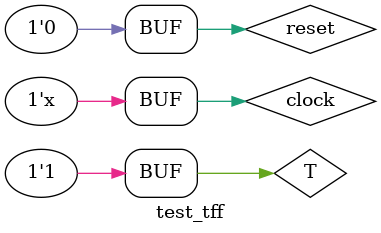
<source format=sv>
module test_tff;
  reg T,clock,reset;
  wire Q,Qbar;
  dff u1(Q,Qbar,T,clock,reset);
  always #5 clock=!clock;
  initial begin
    $dumpfile("dump.vcd"); $dumpvars;
    clock = 0; T=0;
    reset = 1;
    #10 reset = 0;
    #20 T = 1;
  end
endmodule
</source>
